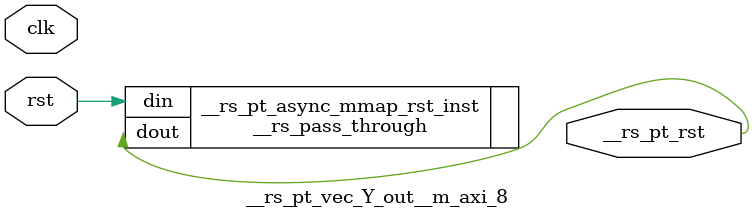
<source format=v>
`timescale 1 ns / 1 ps
/**   Generated by RapidStream   **/
module __rs_pt_vec_Y_out__m_axi_8 #(
    parameter BufferSize         = 32,
    parameter BufferSizeLog      = 5,
    parameter AddrWidth          = 64,
    parameter AxiSideAddrWidth   = 64,
    parameter DataWidth          = 512,
    parameter DataWidthBytesLog  = 6,
    parameter WaitTimeWidth      = 4,
    parameter BurstLenWidth      = 8,
    parameter EnableReadChannel  = 1,
    parameter EnableWriteChannel = 1,
    parameter MaxWaitTime        = 3,
    parameter MaxBurstLen        = 15
) (
    output wire __rs_pt_rst,
    input wire  clk,
    input wire  rst
);




__rs_pass_through #(
    .WIDTH (1)
) __rs_pt_async_mmap_rst_inst /**   Generated by RapidStream   **/ (
    .din  (rst),
    .dout (__rs_pt_rst)
);

endmodule  // __rs_pt_vec_Y_out__m_axi_8
</source>
